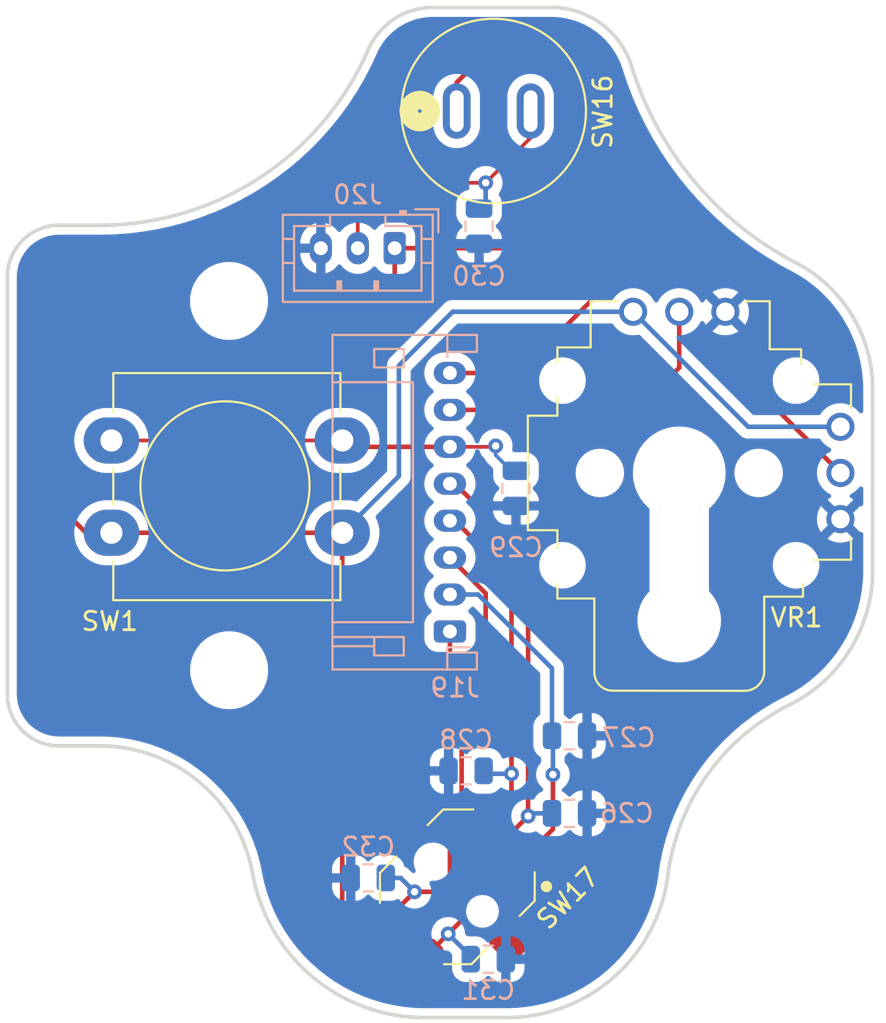
<source format=kicad_pcb>
(kicad_pcb (version 20211014) (generator pcbnew)
  (title_block (title "Libre-MIG PCB Full") (date "2022-10-10") (rev "v0.1"))
  (layers (0 "F.Cu" signal) (31 "B.Cu" signal) (34 "B.Paste" user) (35 "F.Paste" user) (36 "B.SilkS" user "B.Silkscreen") (37 "F.SilkS" user "F.Silkscreen") (38 "B.Mask" user) (39 "F.Mask" user) (44 "Edge.Cuts" user))
  (net 0 "")
  (net 1 "GND")
  (net 2 "+3V3")
  (net 3 "/Face Plate/Axis1")
  (net 4 "/Face Plate/Axis2")
  (net 5 "/Face Plate/CenterButt")
  (net 6 "/Face Plate/DirC")
  (net 7 "/Face Plate/DirL")
  (net 8 "/Face Plate/DirR")
  (net 9 "/Face Plate/DirU")
  (net 10 "/Face Plate/DirD")
  (net 11 "/Face Plate/BigRed")
  (footprint "Personal:PS1024AL" (layer "F.Cu") (at 133.092 140.564)
    (fp_text reference "SW16" (at 5.909 0.03513 90 unlocked) (layer "F.SilkS"))
    (fp_text value "SW_Push")
    (fp_circle (center -4 0) (end -3.9 0) (layer "F.SilkS") (width 1) (fill none))
    (fp_circle (center 0 0) (end 3.25 -3.8) (layer "F.SilkS") (width 0.12) (fill none))
    (pad "1" thru_hole oval (at -2 0 90) (size 3 1.5) (drill oval 2.25 0.75) (layers F&B.Cu *.Mask) (net 2 "+3V3"))
    (pad "2" thru_hole oval (at 2 0 90) (size 3 1.5) (drill oval 2.25 0.75) (layers F&B.Cu *.Mask) (net 11 "/Face Plate/BigRed"))
  )
  (footprint "MountingHole:MountingHole_3.2mm_M3" (layer "F.Cu") (at 118.758 150.84813)
    (fp_text reference "REF**" hide)
    (fp_text value "MountingHole_3.2mm_M3" hide)
    (pad "" np_thru_hole circle (at 0.0033 0) (size 3.2 3.2) (drill 3.2) (layers F&B.Cu *.Mask))
  )
  (footprint "Personal:RKJXV1220" (layer "F.Cu") (at 143.142 160.164)
    (fp_text reference "VR1" (at 6.359 7.83513 unlocked) (layer "F.SilkS"))
    (fp_text value "Joystick_Pot")
    (fp_line (start -6.6 -4.1) (end -6.6 -3.1) (layer "F.SilkS") (width 0.12))
    (fp_line (start -4.6 6.8) (end -6.6 6.8) (layer "F.SilkS") (width 0.12))
    (fp_line (start -8.2 -3.1) (end -8.2 3.1) (layer "F.SilkS") (width 0.12))
    (fp_line (start 4.9 -9.3) (end 4.9 -6.7) (layer "F.SilkS") (width 0.12))
    (fp_line (start -4.6 10.792893) (end -4.6 6.8) (layer "F.SilkS") (width 0.12))
    (fp_line (start 3.515584 11.8) (end -3.6 11.792893) (layer "F.SilkS") (width 0.12))
    (fp_line (start 9.3 4.7) (end 7.3 4.7) (layer "F.SilkS") (width 0.12))
    (fp_line (start -4.8 -6.8) (end -6.6 -6.8) (layer "F.SilkS") (width 0.12))
    (fp_line (start -6.6 6.8) (end -6.6 6) (layer "F.SilkS") (width 0.12))
    (fp_line (start -3.3 -9.3) (end -4.8 -9.3) (layer "F.SilkS") (width 0.12))
    (fp_line (start 9.3 3.5) (end 9.3 4.7) (layer "F.SilkS") (width 0.12))
    (fp_line (start -6.6 -6.8) (end -6.6 -6) (layer "F.SilkS") (width 0.12))
    (fp_line (start 3.5 -9.3) (end 4.9 -9.3) (layer "F.SilkS") (width 0.12))
    (fp_line (start -4.8 -9.3) (end -4.8 -6.8) (layer "F.SilkS") (width 0.12))
    (fp_line (start -7.6 -3.1) (end -8.1 -3.1) (layer "F.SilkS") (width 0.12))
    (fp_line (start 6.7 6.7) (end 4.6 6.7) (layer "F.SilkS") (width 0.12))
    (fp_line (start -6.6 -3.1) (end -7.6 -3.1) (layer "F.SilkS") (width 0.12))
    (fp_line (start 4.9 -6.7) (end 6.6 -6.7) (layer "F.SilkS") (width 0.12))
    (fp_line (start 6.6 -6.7) (end 6.6 -5.9) (layer "F.SilkS") (width 0.12))
    (fp_line (start 9.3 -4.8) (end 9.3 -3.5) (layer "F.SilkS") (width 0.12))
    (fp_line (start 7.3 -4.8) (end 9.3 -4.8) (layer "F.SilkS") (width 0.12))
    (fp_line (start -6.6 3.1) (end -6.6 4.1) (layer "F.SilkS") (width 0.12))
    (fp_line (start -8.1 -3.1) (end -8.2 -3.1) (layer "F.SilkS") (width 0.12))
    (fp_line (start 4.6 6.7) (end 4.6 10.8) (layer "F.SilkS") (width 0.12))
    (fp_line (start 6.7 6) (end 6.7 6.7) (layer "F.SilkS") (width 0.12))
    (fp_line (start -8.2 3.1) (end -6.6 3.1) (layer "F.SilkS") (width 0.12))
    (fp_arc (start -3.6 11.792893) (mid -4.307107 11.5) (end -4.6 10.792893) (layer "F.SilkS") (width 0.12))
    (fp_arc (start 4.6 10.8) (mid 4.259622 11.518866) (end 3.515584 11.8) (layer "F.SilkS") (width 0.12))
    (pad "" np_thru_hole circle (at -4.3 0) (size 1.6 1.6) (drill 1.6) (layers F&B.Cu *.Mask))
    (pad "" np_thru_hole circle (at 0 0) (size 4 4) (drill 4) (layers F&B.Cu *.Mask))
    (pad "" np_thru_hole circle (at 0 8) (size 3.5 3.5) (drill 3.5) (layers F&B.Cu *.Mask))
    (pad "" np_thru_hole circle (at -6.325 -5) (size 1.5 1.5) (drill 1.5) (layers F&B.Cu *.Mask))
    (pad "" np_thru_hole circle (at 6.325 5) (size 1.5 1.5) (drill 1.5) (layers F&B.Cu *.Mask))
    (pad "" np_thru_hole circle (at -6.325 5) (size 1.5 1.5) (drill 1.5) (layers F&B.Cu *.Mask))
    (pad "" np_thru_hole rect (at 0 4) (size 2.2 8) (drill oval 2.2 8) (layers F&B.Cu *.Mask))
    (pad "" np_thru_hole circle (at 6.325 -5) (size 1.5 1.5) (drill 1.5) (layers F&B.Cu *.Mask))
    (pad "" np_thru_hole circle (at 4.3 0) (size 1.6 1.6) (drill 1.6) (layers F&B.Cu *.Mask))
    (pad "1" thru_hole circle (at -2.5 -8.73) (size 1.524 1.524) (drill 1) (layers F&B.Cu *.Mask) (net 2 "+3V3"))
    (pad "2" thru_hole circle (at 0 -8.73) (size 1.524 1.524) (drill 1) (layers F&B.Cu *.Mask) (net 4 "/Face Plate/Axis2"))
    (pad "3" thru_hole circle (at 2.5 -8.73) (size 1.524 1.524) (drill 1) (layers F&B.Cu *.Mask) (net 1 "GND"))
    (pad "4" thru_hole circle (at 8.73 -2.5) (size 1.524 1.524) (drill 1) (layers F&B.Cu *.Mask) (net 2 "+3V3"))
    (pad "5" thru_hole circle (at 8.73 0) (size 1.524 1.524) (drill 1) (layers F&B.Cu *.Mask) (net 3 "/Face Plate/Axis1"))
    (pad "6" thru_hole circle (at 8.73 2.5) (size 1.524 1.524) (drill 1) (layers F&B.Cu *.Mask) (net 1 "GND"))
  )
  (footprint "MountingHole:MountingHole_3.2mm_M3" (layer "F.Cu") (at 118.793 170.84813)
    (fp_text reference "REF**" hide)
    (fp_text value "MountingHole_3.2mm_M3" hide)
    (pad "" np_thru_hole circle (at -0.0267 0) (size 3.2 3.2) (drill 3.2) (layers F&B.Cu *.Mask))
  )
  (footprint "Button_Switch_THT:SW_PUSH-12mm_Wuerth-430476085716" (layer "F.Cu") (at 124.892 163.404 180)
    (fp_text reference "SW1" (at 12.591 -4.79513) (layer "F.SilkS"))
    (fp_text value "SW_Push")
    (fp_line (start 0.1 3.47) (end 0.1 1.53) (layer "F.SilkS") (width 0.12))
    (fp_line (start 0.1 -1.53) (end 0.1 -3.65) (layer "F.SilkS") (width 0.12))
    (fp_line (start 0.1 -3.65) (end 12.4 -3.65) (layer "F.SilkS") (width 0.12))
    (fp_line (start 12.4 8.65) (end 0.1 8.65) (layer "F.SilkS") (width 0.12))
    (fp_line (start 12.4 6.53) (end 12.4 8.65) (layer "F.SilkS") (width 0.12))
    (fp_line (start 0.1 8.65) (end 0.1 6.53) (layer "F.SilkS") (width 0.12))
    (fp_line (start 12.4 1.53) (end 12.4 3.47) (layer "F.SilkS") (width 0.12))
    (fp_line (start 12.4 -3.65) (end 12.4 -1.53) (layer "F.SilkS") (width 0.12))
    (fp_circle (center 6.35 2.54) (end 10.92905 2.54) (layer "F.SilkS") (width 0.12) (fill none))
    (pad "1" thru_hole oval (at 12.5 0 180) (size 3 2.5) (drill 1.2) (layers F&B.Cu *.Mask) (net 2 "+3V3"))
    (pad "1" thru_hole oval (at 0 0 180) (size 3 2.5) (drill 1.2) (layers F&B.Cu *.Mask) (net 2 "+3V3"))
    (pad "2" thru_hole oval (at 0 5 180) (size 3 2.5) (drill 1.2) (layers F&B.Cu *.Mask) (net 5 "/Face Plate/CenterButt"))
    (pad "2" thru_hole oval (at 12.5 5 180) (size 3 2.5) (drill 1.2) (layers F&B.Cu *.Mask) (net 5 "/Face Plate/CenterButt"))
  )
  (footprint "Personal:SKRHABE010" (layer "F.Cu") (at 131.142 182.564 -135)
    (fp_text reference "SW17" (at -3.764545 -4.662754 45 unlocked) (layer "F.SilkS"))
    (fp_text value "SKRHABE010")
    (fp_line (start -2.4 3.5) (end -1.2 3.5) (layer "F.SilkS") (width 0.12))
    (fp_line (start -3.5 -2.4) (end -2.4 -3.5) (layer "F.SilkS") (width 0.12))
    (fp_line (start 2.45 3.5) (end 1.2 3.5) (layer "F.SilkS") (width 0.12))
    (fp_line (start 2.45 -3.5) (end 1.25 -3.5) (layer "F.SilkS") (width 0.12))
    (fp_line (start 3.5 -2.45) (end 2.45 -3.5) (layer "F.SilkS") (width 0.12))
    (fp_line (start -2.4 -3.5) (end -1.25 -3.5) (layer "F.SilkS") (width 0.12))
    (fp_line (start -3.55 2.35) (end -2.4 3.5) (layer "F.SilkS") (width 0.12))
    (fp_line (start 3.6 2.35) (end 2.45 3.5) (layer "F.SilkS") (width 0.12))
    (fp_circle (center -3.4 -3.4) (end -3.15 -3.4) (layer "F.SilkS") (width 0.12) (fill solid))
    (pad "" np_thru_hole circle (at 0 -1.9 225) (size 0.75 0.75) (drill 0.75) (layers F&B.Cu *.Mask))
    (pad "" np_thru_hole circle (at 0 1.9 225) (size 1 1) (drill 1.05) (layers F&B.Cu *.Mask))
    (pad "" smd roundrect (at 0 4.05 225) (size 2 2) (layers "F.Cu" "F.Paste" "F.Mask"))
    (pad "" smd roundrect (at 0 -4.05 225) (size 2 2) (layers "F.Cu" "F.Paste" "F.Mask"))
    (pad "1" smd roundrect (at -3.575 -1.45 225) (size 1.35 1) (layers "F.Cu" "F.Paste" "F.Mask") (net 9 "/Face Plate/DirU"))
    (pad "2" smd roundrect (at -3.575 0 225) (size 1.35 1) (layers "F.Cu" "F.Paste" "F.Mask") (net 6 "/Face Plate/DirC"))
    (pad "3" smd roundrect (at -3.575 1.45 225) (size 1.35 1) (layers "F.Cu" "F.Paste" "F.Mask") (net 7 "/Face Plate/DirL"))
    (pad "4" smd roundrect (at 3.575 -1.45 225) (size 1.35 1) (layers "F.Cu" "F.Paste" "F.Mask") (net 8 "/Face Plate/DirR"))
    (pad "5" smd roundrect (at 3.575 0 225) (size 1.35 1) (layers "F.Cu" "F.Paste" "F.Mask") (net 2 "+3V3"))
    (pad "6" smd roundrect (at 3.575 1.45 225) (size 1.35 1) (layers "F.Cu" "F.Paste" "F.Mask") (net 10 "/Face Plate/DirD"))
  )
  (footprint "Capacitor_SMD:C_0805_2012Metric" (layer "B.Cu") (at 132.301 146.79913 -90)
    (fp_text reference "C30" (at 2.7 0 180) (layer "B.SilkS") (effects (justify mirror)))
    (fp_text value "100nF")
    (fp_line (start -0.261252 0.735) (end 0.261252 0.735) (layer "B.SilkS") (width 0.12))
    (fp_line (start -0.261252 -0.735) (end 0.261252 -0.735) (layer "B.SilkS") (width 0.12))
    (pad "1" smd roundrect (at -0.95 0 270) (size 1 1.45) (layers "B.Cu" "B.Paste" "B.Mask") (net 11 "/Face Plate/BigRed"))
    (pad "2" smd roundrect (at 0.95 0 270) (size 1 1.45) (layers "B.Cu" "B.Paste" "B.Mask") (net 1 "GND"))
  )
  (footprint "Capacitor_SMD:C_0805_2012Metric" (layer "B.Cu") (at 132.801 186.49913)
    (fp_text reference "C31" (at 0 1.68) (layer "B.SilkS") (effects (justify mirror)))
    (fp_text value "100nF")
    (fp_line (start -0.261252 -0.735) (end 0.261252 -0.735) (layer "B.SilkS") (width 0.12))
    (fp_line (start -0.261252 0.735) (end 0.261252 0.735) (layer "B.SilkS") (width 0.12))
    (pad "1" smd roundrect (at -0.95 0) (size 1 1.45) (layers "B.Cu" "B.Paste" "B.Mask") (net 8 "/Face Plate/DirR"))
    (pad "2" smd roundrect (at 0.95 0) (size 1 1.45) (layers "B.Cu" "B.Paste" "B.Mask") (net 1 "GND"))
  )
  (footprint "Capacitor_SMD:C_0805_2012Metric" (layer "B.Cu") (at 134.301 160.99913 -90)
    (fp_text reference "C29" (at 3.2 0 180) (layer "B.SilkS") (effects (justify mirror)))
    (fp_text value "100nF")
    (fp_line (start -0.261252 -0.735) (end 0.261252 -0.735) (layer "B.SilkS") (width 0.12))
    (fp_line (start -0.261252 0.735) (end 0.261252 0.735) (layer "B.SilkS") (width 0.12))
    (pad "1" smd roundrect (at -0.95 0 270) (size 1 1.45) (layers "B.Cu" "B.Paste" "B.Mask") (net 5 "/Face Plate/CenterButt"))
    (pad "2" smd roundrect (at 0.95 0 270) (size 1 1.45) (layers "B.Cu" "B.Paste" "B.Mask") (net 1 "GND"))
  )
  (footprint "Connector_JST:JST_PH_S8B-PH-K_1x08_P2.00mm_Horizontal" (layer "B.Cu") (at 130.723 168.749 90)
    (fp_text reference "J19" (at -3.05013 0.278 180) (layer "B.SilkS") (effects (justify mirror)))
    (fp_text value "Conn_01x08")
    (fp_line (start -0.8 -4.1) (end -0.8 -6.36) (layer "B.SilkS") (width 0.12))
    (fp_line (start -0.86 -0.14) (end -0.86 1.075) (layer "B.SilkS") (width 0.12))
    (fp_line (start -2.06 -6.36) (end 16.06 -6.36) (layer "B.SilkS") (width 0.12))
    (fp_line (start 15.3 -2.5) (end 15.3 -4.1) (layer "B.SilkS") (width 0.12))
    (fp_line (start -0.3 -4.1) (end -0.3 -2.5) (layer "B.SilkS") (width 0.12))
    (fp_line (start 0.5 -6.36) (end 0.5 -2) (layer "B.SilkS") (width 0.12))
    (fp_line (start -1.14 -0.14) (end -1.14 1.46) (layer "B.SilkS") (width 0.12))
    (fp_line (start -1.14 1.46) (end -2.06 1.46) (layer "B.SilkS") (width 0.12))
    (fp_line (start 15.3 -4.1) (end 14.3 -4.1) (layer "B.SilkS") (width 0.12))
    (fp_line (start 14.3 -4.1) (end 14.3 -2.5) (layer "B.SilkS") (width 0.12))
    (fp_line (start 16.06 1.46) (end 15.14 1.46) (layer "B.SilkS") (width 0.12))
    (fp_line (start -2.06 -0.14) (end -1.14 -0.14) (layer "B.SilkS") (width 0.12))
    (fp_line (start -2.06 1.46) (end -2.06 -6.36) (layer "B.SilkS") (width 0.12))
    (fp_line (start -0.3 -4.1) (end -0.3 -6.36) (layer "B.SilkS") (width 0.12))
    (fp_line (start 13.5 -2) (end 13.5 -6.36) (layer "B.SilkS") (width 0.12))
    (fp_line (start 0.5 -2) (end 13.5 -2) (layer "B.SilkS") (width 0.12))
    (fp_line (start 15.14 -0.14) (end 14.86 -0.14) (layer "B.SilkS") (width 0.12))
    (fp_line (start -1.3 -4.1) (end -0.3 -4.1) (layer "B.SilkS") (width 0.12))
    (fp_line (start 16.06 -0.14) (end 15.14 -0.14) (layer "B.SilkS") (width 0.12))
    (fp_line (start 14.3 -2.5) (end 15.3 -2.5) (layer "B.SilkS") (width 0.12))
    (fp_line (start -0.3 -2.5) (end -1.3 -2.5) (layer "B.SilkS") (width 0.12))
    (fp_line (start 16.06 -6.36) (end 16.06 1.46) (layer "B.SilkS") (width 0.12))
    (fp_line (start -1.3 -2.5) (end -1.3 -4.1) (layer "B.SilkS") (width 0.12))
    (fp_line (start 15.14 1.46) (end 15.14 -0.14) (layer "B.SilkS") (width 0.12))
    (fp_line (start -0.86 -0.14) (end -1.14 -0.14) (layer "B.SilkS") (width 0.12))
    (pad "1" thru_hole roundrect (at 0 0 90) (size 1.2 1.75) (drill 0.75) (layers F&B.Cu *.Mask) (roundrect_rratio 0.208333) (net 10 "/Face Plate/DirD"))
    (pad "2" thru_hole oval (at 2 0 90) (size 1.2 1.75) (drill 0.75) (layers F&B.Cu *.Mask) (net 9 "/Face Plate/DirU"))
    (pad "3" thru_hole oval (at 4 0 90) (size 1.2 1.75) (drill 0.75) (layers F&B.Cu *.Mask) (net 8 "/Face Plate/DirR"))
    (pad "4" thru_hole oval (at 6 0 90) (size 1.2 1.75) (drill 0.75) (layers F&B.Cu *.Mask) (net 7 "/Face Plate/DirL"))
    (pad "5" thru_hole oval (at 8 0 90) (size 1.2 1.75) (drill 0.75) (layers F&B.Cu *.Mask) (net 6 "/Face Plate/DirC"))
    (pad "6" thru_hole oval (at 10 0 90) (size 1.2 1.75) (drill 0.75) (layers F&B.Cu *.Mask) (net 5 "/Face Plate/CenterButt"))
    (pad "7" thru_hole oval (at 12 0 90) (size 1.2 1.75) (drill 0.75) (layers F&B.Cu *.Mask) (net 4 "/Face Plate/Axis2"))
    (pad "8" thru_hole oval (at 14 0 90) (size 1.2 1.75) (drill 0.75) (layers F&B.Cu *.Mask) (net 3 "/Face Plate/Axis1"))
  )
  (footprint "Capacitor_SMD:C_0805_2012Metric" (layer "B.Cu") (at 137.201 178.59913)
    (fp_text reference "C26" (at 3.1 0) (layer "B.SilkS") (effects (justify mirror)))
    (fp_text value "100nF")
    (fp_line (start -0.261252 -0.735) (end 0.261252 -0.735) (layer "B.SilkS") (width 0.12))
    (fp_line (start -0.261252 0.735) (end 0.261252 0.735) (layer "B.SilkS") (width 0.12))
    (pad "1" smd roundrect (at -0.95 0) (size 1 1.45) (layers "B.Cu" "B.Paste" "B.Mask") (net 6 "/Face Plate/DirC"))
    (pad "2" smd roundrect (at 0.95 0) (size 1 1.45) (layers "B.Cu" "B.Paste" "B.Mask") (net 1 "GND"))
  )
  (footprint "Connector_JST:JST_PH_B3B-PH-K_1x03_P2.00mm_Vertical" (layer "B.Cu") (at 127.733 147.991 180)
    (fp_text reference "J20" (at 2 2.9) (layer "B.SilkS") (effects (justify mirror)))
    (fp_text value "Conn_01x03")
    (fp_line (start -2.06 0.5) (end -1.45 0.5) (layer "B.SilkS") (width 0.12))
    (fp_line (start 0.9 -1.8) (end 1.1 -1.8) (layer "B.SilkS") (width 0.12))
    (fp_line (start 0.9 -2.3) (end 0.9 -1.8) (layer "B.SilkS") (width 0.12))
    (fp_line (start 2.9 -2.3) (end 2.9 -1.8) (layer "B.SilkS") (width 0.12))
    (fp_line (start 3 -2.3) (end 3 -1.8) (layer "B.SilkS") (width 0.12))
    (fp_line (start -0.6 2.01) (end -0.6 1.81) (layer "B.SilkS") (width 0.12))
    (fp_line (start -2.06 -0.8) (end -1.45 -0.8) (layer "B.SilkS") (width 0.12))
    (fp_line (start 1.1 -1.8) (end 1.1 -2.3) (layer "B.SilkS") (width 0.12))
    (fp_line (start -1.11 2.11) (end -2.36 2.11) (layer "B.SilkS") (width 0.12))
    (fp_line (start -2.36 2.11) (end -2.36 0.86) (layer "B.SilkS") (width 0.12))
    (fp_line (start -1.45 1.2) (end -1.45 -2.3) (layer "B.SilkS") (width 0.12))
    (fp_line (start 3.5 1.2) (end 3.5 1.81) (layer "B.SilkS") (width 0.12))
    (fp_line (start -2.06 -2.91) (end 6.06 -2.91) (layer "B.SilkS") (width 0.12))
    (fp_line (start -0.3 2.01) (end -0.6 2.01) (layer "B.SilkS") (width 0.12))
    (fp_line (start -0.3 1.91) (end -0.6 1.91) (layer "B.SilkS") (width 0.12))
    (fp_line (start 5.45 1.2) (end 3.5 1.2) (layer "B.SilkS") (width 0.12))
    (fp_line (start 5.45 -2.3) (end 5.45 1.2) (layer "B.SilkS") (width 0.12))
    (fp_line (start 6.06 -2.91) (end 6.06 1.81) (layer "B.SilkS") (width 0.12))
    (fp_line (start 0.5 1.2) (end -1.45 1.2) (layer "B.SilkS") (width 0.12))
    (fp_line (start 0.5 1.81) (end 0.5 1.2) (layer "B.SilkS") (width 0.12))
    (fp_line (start 6.06 0.5) (end 5.45 0.5) (layer "B.SilkS") (width 0.12))
    (fp_line (start 1 -2.3) (end 1 -1.8) (layer "B.SilkS") (width 0.12))
    (fp_line (start 6.06 1.81) (end -2.06 1.81) (layer "B.SilkS") (width 0.12))
    (fp_line (start -1.45 -2.3) (end 5.45 -2.3) (layer "B.SilkS") (width 0.12))
    (fp_line (start 6.06 -0.8) (end 5.45 -0.8) (layer "B.SilkS") (width 0.12))
    (fp_line (start 3.1 -1.8) (end 3.1 -2.3) (layer "B.SilkS") (width 0.12))
    (fp_line (start 2.9 -1.8) (end 3.1 -1.8) (layer "B.SilkS") (width 0.12))
    (fp_line (start -0.3 1.81) (end -0.3 2.01) (layer "B.SilkS") (width 0.12))
    (fp_line (start -2.06 1.81) (end -2.06 -2.91) (layer "B.SilkS") (width 0.12))
    (pad "1" thru_hole roundrect (at 0 0 180) (size 1.2 1.75) (drill 0.75) (layers F&B.Cu *.Mask) (roundrect_rratio 0.208333) (net 2 "+3V3"))
    (pad "2" thru_hole oval (at 2 0 180) (size 1.2 1.75) (drill 0.75) (layers F&B.Cu *.Mask) (net 11 "/Face Plate/BigRed"))
    (pad "3" thru_hole oval (at 4 0 180) (size 1.2 1.75) (drill 0.75) (layers F&B.Cu *.Mask) (net 1 "GND"))
  )
  (footprint "Capacitor_SMD:C_0805_2012Metric" (layer "B.Cu") (at 137.201 174.39913)
    (fp_text reference "C27" (at 3.2 0.1) (layer "B.SilkS") (effects (justify mirror)))
    (fp_text value "100nF")
    (fp_line (start -0.261252 -0.735) (end 0.261252 -0.735) (layer "B.SilkS") (width 0.12))
    (fp_line (start -0.261252 0.735) (end 0.261252 0.735) (layer "B.SilkS") (width 0.12))
    (pad "1" smd roundrect (at -0.95 0) (size 1 1.45) (layers "B.Cu" "B.Paste" "B.Mask") (net 9 "/Face Plate/DirU"))
    (pad "2" smd roundrect (at 0.95 0) (size 1 1.45) (layers "B.Cu" "B.Paste" "B.Mask") (net 1 "GND"))
  )
  (footprint "Capacitor_SMD:C_0805_2012Metric" (layer "B.Cu") (at 126.301 182.09913 180)
    (fp_text reference "C32" (at 0 1.68) (layer "B.SilkS") (effects (justify mirror)))
    (fp_text value "100nF")
    (fp_line (start -0.261252 0.735) (end 0.261252 0.735) (layer "B.SilkS") (width 0.12))
    (fp_line (start -0.261252 -0.735) (end 0.261252 -0.735) (layer "B.SilkS") (width 0.12))
    (pad "1" smd roundrect (at -0.95 0 180) (size 1 1.45) (layers "B.Cu" "B.Paste" "B.Mask") (net 10 "/Face Plate/DirD"))
    (pad "2" smd roundrect (at 0.95 0 180) (size 1 1.45) (layers "B.Cu" "B.Paste" "B.Mask") (net 1 "GND"))
  )
  (footprint "Capacitor_SMD:C_0805_2012Metric" (layer "B.Cu") (at 131.601 176.29913 180)
    (fp_text reference "C28" (at 0 1.68) (layer "B.SilkS") (effects (justify mirror)))
    (fp_text value "100nF")
    (fp_line (start -0.261252 0.735) (end 0.261252 0.735) (layer "B.SilkS") (width 0.12))
    (fp_line (start -0.261252 -0.735) (end 0.261252 -0.735) (layer "B.SilkS") (width 0.12))
    (pad "1" smd roundrect (at -0.95 0 180) (size 1 1.45) (layers "B.Cu" "B.Paste" "B.Mask") (net 7 "/Face Plate/DirL"))
    (pad "2" smd roundrect (at 0.95 0 180) (size 1 1.45) (layers "B.Cu" "B.Paste" "B.Mask") (net 1 "GND"))
  )
  (gr_line (start 133.7808 189.66383) (end 129.364 189.66383) (layer "Edge.Cuts") (width 0.2))
  (gr_arc (start 129.364 189.66374) (mid 123.287674 187.458751) (end 120.039529 181.870078) (layer "Edge.Cuts") (width 0.2))
  (gr_arc (start 126.298089 137.239831) (mid 120.444512 144.160042) (end 111.758 146.74813) (layer "Edge.Cuts") (width 0.2))
  (gr_line (start 136.2273 134.95333) (end 129.7947 134.95333) (layer "Edge.Cuts") (width 0.2))
  (gr_line (start 109.558 174.94813) (end 111.758 174.94813) (layer "Edge.Cuts") (width 0.2))
  (gr_line (start 153.6161 155.62513) (end 153.6161 165.4459) (layer "Edge.Cuts") (width 0.2))
  (gr_arc (start 106.758 149.54813) (mid 107.578101 147.568231) (end 109.558 146.74813) (layer "Edge.Cuts") (width 0.2))
  (gr_line (start 109.558 146.74813) (end 111.758 146.74813) (layer "Edge.Cuts") (width 0.2))
  (gr_arc (start 111.758 174.94813) (mid 117.154736 176.906516) (end 120.039584 181.870153) (layer "Edge.Cuts") (width 0.2))
  (gr_arc (start 142.525343 181.965247) (mid 144.652547 176.52685) (end 149.094854 172.736458) (layer "Edge.Cuts") (width 0.2))
  (gr_arc (start 149.456484 148.777253) (mid 152.494736 151.619007) (end 153.61613 155.62513) (layer "Edge.Cuts") (width 0.2))
  (gr_arc (start 142.525369 181.965279) (mid 139.606052 187.464923) (end 133.7808 189.66377) (layer "Edge.Cuts") (width 0.2))
  (gr_arc (start 126.298152 137.239809) (mid 127.705803 135.575671) (end 129.7947 134.9533) (layer "Edge.Cuts") (width 0.2))
  (gr_arc (start 109.558 174.94813) (mid 107.578101 174.128029) (end 106.758 172.14813) (layer "Edge.Cuts") (width 0.2))
  (gr_arc (start 136.2273 134.95328) (mid 138.920642 135.837894) (end 140.56496 138.147191) (layer "Edge.Cuts") (width 0.2))
  (gr_arc (start 153.61608 165.4459) (mid 152.394036 169.735277) (end 149.094841 172.73652) (layer "Edge.Cuts") (width 0.2))
  (gr_arc (start 149.456463 148.777233) (mid 143.946704 144.352226) (end 140.564987 138.147219) (layer "Edge.Cuts") (width 0.2))
  (gr_line (start 106.758 172.14813) (end 106.758 149.54813) (layer "Edge.Cuts") (width 0.2))
  (segment (start 131.092 140.564) (end 131.092 139.01413) (width 0.25) (layer "F.Cu") (net 2))
  (segment (start 133.61513 147.991) (end 127.733 147.991) (width 0.25) (layer "F.Cu") (net 2))
  (segment (start 127.55787 186.14813) (end 126.058 186.14813) (width 0.25) (layer "F.Cu") (net 2))
  (segment (start 124.892 184.98213) (end 124.892 163.404) (width 0.25) (layer "F.Cu") (net 2))
  (segment (start 123.058 155.34813) (end 127.733 150.67313) (width 0.25) (layer "F.Cu") (net 2))
  (segment (start 127.733 150.67313) (end 127.733 147.991) (width 0.25) (layer "F.Cu") (net 2))
  (segment (start 111.01387 163.404) (end 109.458 161.84813) (width 0.25) (layer "F.Cu") (net 2))
  (segment (start 126.058 186.14813) (end 124.892 184.98213) (width 0.25) (layer "F.Cu") (net 2))
  (segment (start 128.614093 185.091907) (end 127.55787 186.14813) (width 0.25) (layer "F.Cu") (net 2))
  (segment (start 137.258 138.34813) (end 137.258 144.34813) (width 0.25) (layer "F.Cu") (net 2))
  (segment (start 136.258 137.34813) (end 137.258 138.34813) (width 0.25) (layer "F.Cu") (net 2))
  (segment (start 109.458 157.34813) (end 111.458 155.34813) (width 0.25) (layer "F.Cu") (net 2))
  (segment (start 112.392 163.404) (end 124.892 163.404) (width 0.25) (layer "F.Cu") (net 2))
  (segment (start 111.458 155.34813) (end 123.058 155.34813) (width 0.25) (layer "F.Cu") (net 2))
  (segment (start 137.258 144.34813) (end 133.61513 147.991) (width 0.25) (layer "F.Cu") (net 2))
  (segment (start 109.458 161.84813) (end 109.458 157.34813) (width 0.25) (layer "F.Cu") (net 2))
  (segment (start 131.092 139.01413) (end 132.758 137.34813) (width 0.25) (layer "F.Cu") (net 2))
  (segment (start 112.392 163.404) (end 111.01387 163.404) (width 0.25) (layer "F.Cu") (net 2))
  (segment (start 132.758 137.34813) (end 136.258 137.34813) (width 0.25) (layer "F.Cu") (net 2))
  (segment (start 146.872 157.664) (end 151.872 157.664) (width 0.25) (layer "B.Cu") (net 2))
  (segment (start 124.892 163.404) (end 127.958 160.338) (width 0.25) (layer "B.Cu") (net 2))
  (segment (start 130.87213 151.434) (end 140.642 151.434) (width 0.25) (layer "B.Cu") (net 2))
  (segment (start 127.958 154.34813) (end 130.87213 151.434) (width 0.25) (layer "B.Cu") (net 2))
  (segment (start 140.642 151.434) (end 146.872 157.664) (width 0.25) (layer "B.Cu") (net 2))
  (segment (start 127.958 160.338) (end 127.958 154.34813) (width 0.25) (layer "B.Cu") (net 2))
  (segment (start 147.958 150.74813) (end 147.958 156.24813) (width 0.25) (layer "F.Cu") (net 3))
  (segment (start 134.45713 154.749) (end 139.658 149.54813) (width 0.25) (layer "F.Cu") (net 3))
  (segment (start 147.958 156.24813) (end 148.058 156.34813) (width 0.25) (layer "F.Cu") (net 3))
  (segment (start 148.058 156.35) (end 151.872 160.164) (width 0.25) (layer "F.Cu") (net 3))
  (segment (start 148.058 156.34813) (end 148.058 156.35) (width 0.25) (layer "F.Cu") (net 3))
  (segment (start 146.758 149.54813) (end 147.958 150.74813) (width 0.25) (layer "F.Cu") (net 3))
  (segment (start 130.723 154.749) (end 134.45713 154.749) (width 0.25) (layer "F.Cu") (net 3))
  (segment (start 139.658 149.54813) (end 146.758 149.54813) (width 0.25) (layer "F.Cu") (net 3))
  (segment (start 143.142 154.46413) (end 143.142 151.434) (width 0.25) (layer "F.Cu") (net 4))
  (segment (start 130.723 156.749) (end 140.85713 156.749) (width 0.25) (layer "F.Cu") (net 4))
  (segment (start 140.85713 156.749) (end 143.142 154.46413) (width 0.25) (layer "F.Cu") (net 4))
  (segment (start 133.15113 158.749) (end 130.723 158.749) (width 0.2) (layer "F.Cu") (net 5))
  (segment (start 133.201 158.69913) (end 133.15113 158.749) (width 0.2) (layer "F.Cu") (net 5))
  (segment (start 130.723 158.749) (end 125.237 158.749) (width 0.25) (layer "F.Cu") (net 5))
  (segment (start 112.392 158.404) (end 124.892 158.404) (width 0.2) (layer "F.Cu") (net 5))
  (segment (start 125.237 158.749) (end 124.892 158.404) (width 0.25) (layer "F.Cu") (net 5))
  (via (at 133.201 158.69913) (size 0.8) (drill 0.4) (layers "F.Cu" "B.Cu") (net 5))
  (segment (start 133.201 158.69913) (end 133.201 159.19913) (width 0.2) (layer "B.Cu") (net 5))
  (segment (start 134.051 160.04913) (end 134.301 160.04913) (width 0.2) (layer "B.Cu") (net 5))
  (segment (start 133.201 159.19913) (end 134.051 160.04913) (width 0.2) (layer "B.Cu") (net 5))
  (segment (start 130.723 160.749) (end 130.998 160.749) (width 0.25) (layer "F.Cu") (net 6))
  (segment (start 130.998 160.749) (end 134.958 164.709) (width 0.25) (layer "F.Cu") (net 6))
  (segment (start 134.958 164.709) (end 134.958 178.748) (width 0.25) (layer "F.Cu") (net 6))
  (segment (start 134.958 178.748) (end 133.669907 180.036093) (width 0.25) (layer "F.Cu") (net 6))
  (via (at 134.958 178.748) (size 0.8) (drill 0.4) (layers "F.Cu" "B.Cu") (net 6))
  (segment (start 135.10687 178.59913) (end 134.958 178.748) (width 0.25) (layer "B.Cu") (net 6))
  (segment (start 136.051 178.59913) (end 135.10687 178.59913) (width 0.25) (layer "B.Cu") (net 6))
  (segment (start 130.723 162.749) (end 130.998 162.749) (width 0.25) (layer "F.Cu") (net 7))
  (segment (start 132.795342 179.010788) (end 132.644602 179.010788) (width 0.25) (layer "F.Cu") (net 7))
  (segment (start 134.058 165.809) (end 134.058 177.74813) (width 0.25) (layer "F.Cu") (net 7))
  (segment (start 134.058 177.74813) (end 132.795342 179.010788) (width 0.25) (layer "F.Cu") (net 7))
  (segment (start 130.998 162.749) (end 134.058 165.809) (width 0.25) (layer "F.Cu") (net 7))
  (via (at 134.058 176.45613) (size 0.8) (drill 0.4) (layers "F.Cu" "B.Cu") (net 7))
  (segment (start 134.058 176.45613) (end 132.908 176.45613) (width 0.25) (layer "B.Cu") (net 7))
  (segment (start 132.908 176.45613) (end 132.751 176.29913) (width 0.25) (layer "B.Cu") (net 7))
  (segment (start 129.639398 186.117212) (end 131.358 184.39861) (width 0.25) (layer "F.Cu") (net 8))
  (segment (start 132.658 170.34813) (end 132.658 166.684) (width 0.25) (layer "F.Cu") (net 8))
  (segment (start 131.358 171.64813) (end 132.658 170.34813) (width 0.25) (layer "F.Cu") (net 8))
  (segment (start 132.658 166.684) (end 130.723 164.749) (width 0.25) (layer "F.Cu") (net 8))
  (segment (start 131.358 184.39861) (end 131.358 171.64813) (width 0.25) (layer "F.Cu") (net 8))
  (via (at 130.62924 185.12737) (size 0.8) (drill 0.4) (layers "F.Cu" "B.Cu") (net 8))
  (segment (start 131.851 186.49913) (end 131.851 186.34913) (width 0.25) (layer "B.Cu") (net 8))
  (segment (start 131.851 186.34913) (end 130.62924 185.12737) (width 0.25) (layer "B.Cu") (net 8))
  (segment (start 134.695212 181.061398) (end 136.301 179.45561) (width 0.25) (layer "F.Cu") (net 9))
  (segment (start 136.301 179.45561) (end 136.301 176.49913) (width 0.25) (layer "F.Cu") (net 9))
  (via (at 136.301 176.49913) (size 0.8) (drill 0.4) (layers "F.Cu" "B.Cu") (net 9))
  (segment (start 136.251 174.39913) (end 136.251 170.74913) (width 0.25) (layer "B.Cu") (net 9))
  (segment (start 136.301 174.44913) (end 136.251 174.39913) (width 0.25) (layer "B.Cu") (net 9))
  (segment (start 136.301 176.49913) (end 136.301 174.44913) (width 0.25) (layer "B.Cu") (net 9))
  (segment (start 132.25087 166.749) (end 130.723 166.749) (width 0.25) (layer "B.Cu") (net 9))
  (segment (start 136.251 170.74913) (end 132.25087 166.749) (width 0.25) (layer "B.Cu") (net 9))
  (segment (start 128.80726 182.84813) (end 129.858 182.84813) (width 0.25) (layer "F.Cu") (net 10))
  (segment (start 130.723 181.98313) (end 129.858 182.84813) (width 0.25) (layer "F.Cu") (net 10))
  (segment (start 130.723 168.749) (end 130.723 181.98313) (width 0.25) (layer "F.Cu") (net 10))
  (segment (start 127.588788 184.066602) (end 128.80726 182.84813) (width 0.25) (layer "F.Cu") (net 10))
  (via (at 128.80726 182.84813) (size 0.8) (drill 0.4) (layers "F.Cu" "B.Cu") (net 10))
  (segment (start 128.80726 182.84813) (end 128.05826 182.09913) (width 0.25) (layer "B.Cu") (net 10))
  (segment (start 128.05826 182.09913) (end 127.251 182.09913) (width 0.25) (layer "B.Cu") (net 10))
  (segment (start 135.092 140.564) (end 135.092 142.01413) (width 0.2) (layer "F.Cu") (net 11))
  (segment (start 127.458 144.44813) (end 125.733 146.17313) (width 0.2) (layer "F.Cu") (net 11))
  (segment (start 135.092 142.01413) (end 132.658 144.44813) (width 0.2) (layer "F.Cu") (net 11))
  (segment (start 125.733 146.17313) (end 125.733 147.991) (width 0.2) (layer "F.Cu") (net 11))
  (segment (start 132.658 144.44813) (end 127.458 144.44813) (width 0.2) (layer "F.Cu") (net 11))
  (via (at 132.658 144.44813) (size 0.8) (drill 0.4) (layers "F.Cu" "B.Cu") (net 11))
  (segment (start 132.658 145.49213) (end 132.658 144.44813) (width 0.25) (layer "B.Cu") (net 11))
  (segment (start 132.301 145.84913) (end 132.658 145.49213) (width 0.25) (layer "B.Cu") (net 11))
  (zone (net 1) (net_name "GND") (layer "B.Cu") (connect_pads (clearance 0.508)) (min_thickness 0.254) (fill yes (thermal_gap 0.508) (thermal_bridge_width 0.508) (smoothing fillet) (radius 1))
    (polygon (pts (xy 145.358 144.54813) (xy 153.958 151.84813) (xy 154.358 169.34813) (xy 145.258 176.44813) (xy 140.758 187.54813) (xy 136.258 189.94813) (xy 126.358 189.84813) (xy 120.158 185.94813) (xy 119.058 180.14813) (xy 114.258 175.84813) (xy 106.658 175.64813) (xy 106.558 172.44813) (xy 106.358 149.24813) (xy 107.258 146.94813) (xy 108.958 146.34813) (xy 113.558 146.14813) (xy 119.858 144.14813) (xy 124.558 139.34813) (xy 127.858 134.64813) (xy 128.258 134.64813) (xy 139.158 134.54813)))
  )
)
</source>
